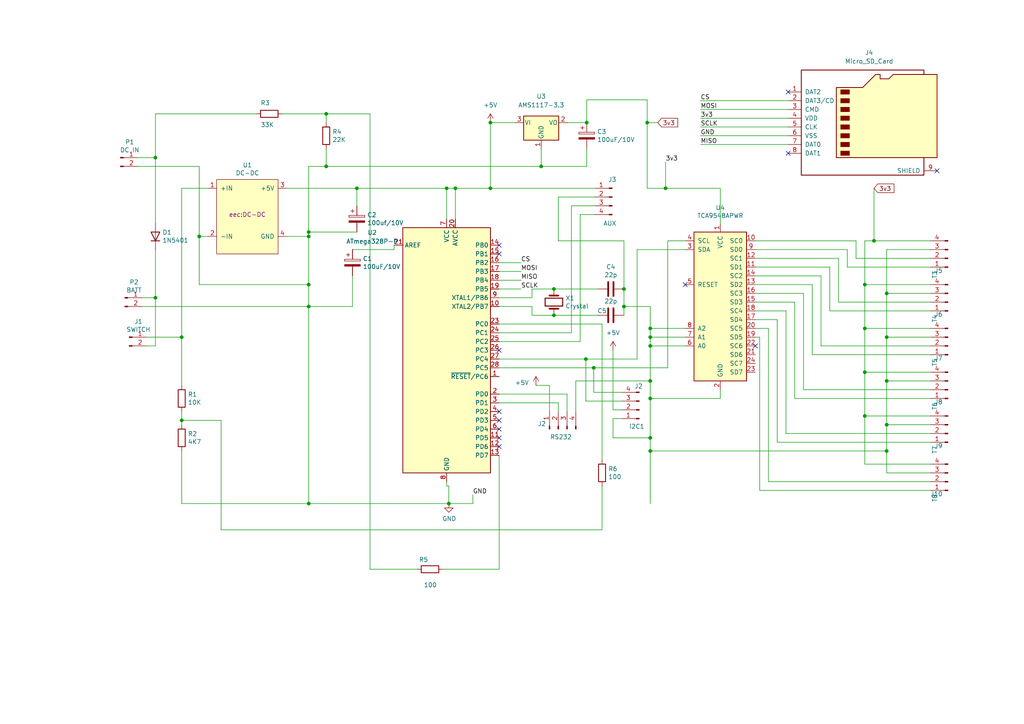
<source format=kicad_sch>
(kicad_sch (version 20230121) (generator eeschema)
  (paper "A4")
  (lib_symbols
    (symbol "Connector:Conn_01x02_Male" (pin_names (offset 1.016) hide)
      (property "Reference" "J" (at 0 2.54 0))
      (property "Value" "Conn_01x02_Male" (at 0 -5.08 0))
      (symbol "Conn_01x02_Male_1_1"
        (polyline (pts (xy 1.27 -2.54) (xy 0.8636 -2.54)) (stroke (width 0.1524)))
        (polyline (pts (xy 1.27 0) (xy 0.8636 0)) (stroke (width 0.1524)))
        (rectangle (start 0.8636 -2.413) (end 0 -2.667) (stroke (width 0.1524)) (fill (type outline)))
        (rectangle (start 0.8636 0.127) (end 0 -0.127) (stroke (width 0.1524)) (fill (type outline)))
        (pin passive line (at 5.08 0 180) (length 3.81) (name "Pin_1") (number "1"))
        (pin passive line (at 5.08 -2.54 180) (length 3.81) (name "Pin_2") (number "2"))
      )
    )
    (symbol "Connector:Conn_01x04_Male" (pin_names (offset 1.016) hide)
      (property "Reference" "J" (at 0 5.08 0))
      (property "Value" "Conn_01x04_Male" (at 0 -7.62 0))
      (symbol "Conn_01x04_Male_1_1"
        (polyline (pts (xy 1.27 -5.08) (xy 0.8636 -5.08)) (stroke (width 0.1524)))
        (polyline (pts (xy 1.27 -2.54) (xy 0.8636 -2.54)) (stroke (width 0.1524)))
        (polyline (pts (xy 1.27 0) (xy 0.8636 0)) (stroke (width 0.1524)))
        (polyline (pts (xy 1.27 2.54) (xy 0.8636 2.54)) (stroke (width 0.1524)))
        (rectangle (start 0.8636 -4.953) (end 0 -5.207) (stroke (width 0.1524)) (fill (type outline)))
        (rectangle (start 0.8636 -2.413) (end 0 -2.667) (stroke (width 0.1524)) (fill (type outline)))
        (rectangle (start 0.8636 0.127) (end 0 -0.127) (stroke (width 0.1524)) (fill (type outline)))
        (rectangle (start 0.8636 2.667) (end 0 2.413) (stroke (width 0.1524)) (fill (type outline)))
        (pin passive line (at 5.08 2.54 180) (length 3.81) (name "Pin_1") (number "1"))
        (pin passive line (at 5.08 0 180) (length 3.81) (name "Pin_2") (number "2"))
        (pin passive line (at 5.08 -2.54 180) (length 3.81) (name "Pin_3") (number "3"))
        (pin passive line (at 5.08 -5.08 180) (length 3.81) (name "Pin_4") (number "4"))
      )
    )
    (symbol "Connector:Micro_SD_Card" (pin_names (offset 1.016))
      (property "Reference" "J" (at -16.51 15.24 0))
      (property "Value" "Micro_SD_Card" (at 16.51 15.24 0))
      (symbol "Micro_SD_Card_0_1"
        (rectangle (start -7.62 -9.525) (end -5.08 -10.795) (fill (type outline)))
        (rectangle (start -7.62 -6.985) (end -5.08 -8.255) (fill (type outline)))
        (rectangle (start -7.62 -4.445) (end -5.08 -5.715) (fill (type outline)))
        (rectangle (start -7.62 -1.905) (end -5.08 -3.175) (fill (type outline)))
        (rectangle (start -7.62 0.635) (end -5.08 -0.635) (fill (type outline)))
        (rectangle (start -7.62 3.175) (end -5.08 1.905) (fill (type outline)))
        (rectangle (start -7.62 5.715) (end -5.08 4.445) (fill (type outline)))
        (rectangle (start -7.62 8.255) (end -5.08 6.985) (fill (type outline)))
        (polyline (pts (xy 16.51 12.7) (xy 16.51 13.97) (xy -19.05 13.97) (xy -19.05 -16.51) (xy 16.51 -16.51) (xy 16.51 -11.43)) (stroke (width 0.254)))
        (polyline (pts (xy -8.89 -11.43) (xy -8.89 8.89) (xy -1.27 8.89) (xy 2.54 12.7) (xy 3.81 12.7) (xy 3.81 11.43) (xy 6.35 11.43) (xy 7.62 12.7) (xy 20.32 12.7) (xy 20.32 -11.43) (xy -8.89 -11.43)) (stroke (width 0.254)) (fill (type background)))
      )
      (symbol "Micro_SD_Card_1_1"
        (pin bidirectional line (at -22.86 7.62 0) (length 3.81) (name "DAT2") (number "1"))
        (pin bidirectional line (at -22.86 5.08 0) (length 3.81) (name "DAT3/CD") (number "2"))
        (pin input line (at -22.86 2.54 0) (length 3.81) (name "CMD") (number "3"))
        (pin power_in line (at -22.86 0 0) (length 3.81) (name "VDD") (number "4"))
        (pin input line (at -22.86 -2.54 0) (length 3.81) (name "CLK") (number "5"))
        (pin power_in line (at -22.86 -5.08 0) (length 3.81) (name "VSS") (number "6"))
        (pin bidirectional line (at -22.86 -7.62 0) (length 3.81) (name "DAT0") (number "7"))
        (pin bidirectional line (at -22.86 -10.16 0) (length 3.81) (name "DAT1") (number "8"))
        (pin passive line (at 20.32 -15.24 180) (length 3.81) (name "SHIELD") (number "9"))
      )
    )
    (symbol "Device:C" (pin_numbers hide) (pin_names (offset 0.254))
      (property "Reference" "C" (at 0.635 2.54 0))
      (property "Value" "C" (at 0.635 -2.54 0))
      (symbol "C_0_1"
        (polyline (pts (xy -2.032 -0.762) (xy 2.032 -0.762)) (stroke (width 0.508)))
        (polyline (pts (xy -2.032 0.762) (xy 2.032 0.762)) (stroke (width 0.508)))
      )
      (symbol "C_1_1"
        (pin passive line (at 0 3.81 270) (length 2.794) (name "~") (number "1"))
        (pin passive line (at 0 -3.81 90) (length 2.794) (name "~") (number "2"))
      )
    )
    (symbol "Device:Crystal" (pin_numbers hide) (pin_names (offset 1.016) hide)
      (property "Reference" "Y" (at 0 3.81 0))
      (property "Value" "Crystal" (at 0 -3.81 0))
      (symbol "Crystal_0_1"
        (rectangle (start -1.143 2.54) (end 1.143 -2.54) (stroke (width 0.3048)))
        (polyline (pts (xy -2.54 0) (xy -1.905 0)))
        (polyline (pts (xy -1.905 -1.27) (xy -1.905 1.27)) (stroke (width 0.508)))
        (polyline (pts (xy 1.905 -1.27) (xy 1.905 1.27)) (stroke (width 0.508)))
        (polyline (pts (xy 2.54 0) (xy 1.905 0)))
      )
      (symbol "Crystal_1_1"
        (pin passive line (at -3.81 0 0) (length 1.27) (name "1") (number "1"))
        (pin passive line (at 3.81 0 180) (length 1.27) (name "2") (number "2"))
      )
    )
    (symbol "Device:R" (pin_numbers hide) (pin_names (offset 0))
      (property "Reference" "R" (at 2.032 0 90))
      (property "Value" "R" (at 0 0 90))
      (symbol "R_0_1"
        (rectangle (start -1.016 -2.54) (end 1.016 2.54) (stroke (width 0.254)))
      )
      (symbol "R_1_1"
        (pin passive line (at 0 3.81 270) (length 1.27) (name "~") (number "1"))
        (pin passive line (at 0 -3.81 90) (length 1.27) (name "~") (number "2"))
      )
    )
    (symbol "Diode:1N5401" (pin_numbers hide) (pin_names hide)
      (property "Reference" "D" (at 0 2.54 0))
      (property "Value" "1N5401" (at 0 -2.54 0))
      (symbol "1N5401_0_1"
        (polyline (pts (xy -1.27 1.27) (xy -1.27 -1.27)) (stroke (width 0.254)))
        (polyline (pts (xy 1.27 0) (xy -1.27 0)))
        (polyline (pts (xy 1.27 1.27) (xy 1.27 -1.27) (xy -1.27 0) (xy 1.27 1.27)) (stroke (width 0.254)))
      )
      (symbol "1N5401_1_1"
        (pin passive line (at -3.81 0 0) (length 2.54) (name "K") (number "1"))
        (pin passive line (at 3.81 0 180) (length 2.54) (name "A") (number "2"))
      )
    )
    (symbol "INCUersa-rescue:CP-Device" (pin_numbers hide) (pin_names (offset 0.254))
      (property "Reference" "C" (at 0.635 2.54 0))
      (property "Value" "CP-Device" (at 0.635 -2.54 0))
      (symbol "CP-Device_0_1"
        (rectangle (start -2.286 0.508) (end -2.286 1.016))
        (rectangle (start -2.286 0.508) (end 2.286 0.508))
        (polyline (pts (xy -1.778 2.286) (xy -0.762 2.286)))
        (polyline (pts (xy -1.27 2.794) (xy -1.27 1.778)))
        (rectangle (start 2.286 -0.508) (end -2.286 -1.016) (fill (type outline)))
        (rectangle (start 2.286 1.016) (end -2.286 1.016))
        (rectangle (start 2.286 1.016) (end 2.286 0.508))
      )
      (symbol "CP-Device_1_1"
        (pin passive line (at 0 3.81 270) (length 2.794) (name "~") (number "1"))
        (pin passive line (at 0 -3.81 90) (length 2.794) (name "~") (number "2"))
      )
    )
    (symbol "INCUersa-rescue:DC-DC-arduino_module" (pin_names (offset 1.016))
      (property "Reference" "U" (at 0 0 0))
      (property "Value" "DC-DC-arduino_module" (at 0 -2.54 0))
      (symbol "DC-DC-arduino_module_0_1"
        (rectangle (start -8.89 10.16) (end 8.89 -11.43) (fill (type background)))
      )
      (symbol "DC-DC-arduino_module_1_1"
        (pin passive line (at -11.43 7.62 0) (length 2.54) (name "+IN") (number "1"))
        (pin passive line (at -11.43 -6.35 0) (length 2.54) (name "-IN") (number "2"))
        (pin power_out line (at 11.43 7.62 180) (length 2.54) (name "+5V") (number "3"))
        (pin passive line (at 11.43 -6.35 180) (length 2.54) (name "GND") (number "4"))
      )
    )
    (symbol "INCUersa-rescue:TCA9548APWR-Interface_Expansion" (pin_names (offset 1.016))
      (property "Reference" "U" (at -7.62 21.59 0))
      (property "Value" "TCA9548APWR-Interface_Expansion" (at 1.016 21.59 0))
      (symbol "TCA9548APWR-Interface_Expansion_0_1"
        (rectangle (start -7.62 20.32) (end 7.62 -22.86) (stroke (width 0.254)) (fill (type background)))
      )
      (symbol "TCA9548APWR-Interface_Expansion_1_1"
        (pin power_in line (at 0 22.86 270) (length 2.54) (name "VCC") (number "1"))
        (pin bidirectional line (at 10.16 17.78 180) (length 2.54) (name "SC0") (number "10"))
        (pin bidirectional line (at 10.16 10.16 180) (length 2.54) (name "SD1") (number "11"))
        (pin bidirectional line (at 10.16 12.7 180) (length 2.54) (name "SC1") (number "12"))
        (pin bidirectional line (at 10.16 5.08 180) (length 2.54) (name "SD2") (number "13"))
        (pin bidirectional line (at 10.16 7.62 180) (length 2.54) (name "SC2") (number "14"))
        (pin bidirectional line (at 10.16 0 180) (length 2.54) (name "SD3") (number "15"))
        (pin bidirectional line (at 10.16 2.54 180) (length 2.54) (name "SC3") (number "16"))
        (pin bidirectional line (at 10.16 -5.08 180) (length 2.54) (name "SD4") (number "17"))
        (pin bidirectional line (at 10.16 -2.54 180) (length 2.54) (name "SC4") (number "18"))
        (pin bidirectional line (at 10.16 -10.16 180) (length 2.54) (name "SD5") (number "19"))
        (pin power_in line (at 0 -25.4 90) (length 2.54) (name "GND") (number "2"))
        (pin bidirectional line (at 10.16 -7.62 180) (length 2.54) (name "SC5") (number "20"))
        (pin bidirectional line (at 10.16 -15.24 180) (length 2.54) (name "SD6") (number "21"))
        (pin bidirectional line (at 10.16 -12.7 180) (length 2.54) (name "SC6") (number "22"))
        (pin bidirectional line (at 10.16 -20.32 180) (length 2.54) (name "SD7") (number "23"))
        (pin bidirectional line (at 10.16 -17.78 180) (length 2.54) (name "SC7") (number "24"))
        (pin bidirectional line (at -10.16 15.24 0) (length 2.54) (name "SDA") (number "3"))
        (pin bidirectional line (at -10.16 17.78 0) (length 2.54) (name "SCL") (number "4"))
        (pin input line (at -10.16 5.08 0) (length 2.54) (name "RESET") (number "5"))
        (pin input line (at -10.16 -12.7 0) (length 2.54) (name "A0") (number "6"))
        (pin input line (at -10.16 -10.16 0) (length 2.54) (name "A1") (number "7"))
        (pin input line (at -10.16 -7.62 0) (length 2.54) (name "A2") (number "8"))
        (pin bidirectional line (at 10.16 15.24 180) (length 2.54) (name "SD0") (number "9"))
      )
    )
    (symbol "MCU_Microchip_ATmega:ATmega328P-P"
      (property "Reference" "U" (at -12.7 36.83 0))
      (property "Value" "ATmega328P-P" (at 2.54 -36.83 0))
      (symbol "ATmega328P-P_0_1"
        (rectangle (start -12.7 -35.56) (end 12.7 35.56) (stroke (width 0.254)) (fill (type background)))
      )
      (symbol "ATmega328P-P_1_1"
        (pin bidirectional line (at 15.24 -7.62 180) (length 2.54) (name "~{RESET}/PC6") (number "1"))
        (pin bidirectional line (at 15.24 12.7 180) (length 2.54) (name "XTAL2/PB7") (number "10"))
        (pin bidirectional line (at 15.24 -25.4 180) (length 2.54) (name "PD5") (number "11"))
        (pin bidirectional line (at 15.24 -27.94 180) (length 2.54) (name "PD6") (number "12"))
        (pin bidirectional line (at 15.24 -30.48 180) (length 2.54) (name "PD7") (number "13"))
        (pin bidirectional line (at 15.24 30.48 180) (length 2.54) (name "PB0") (number "14"))
        (pin bidirectional line (at 15.24 27.94 180) (length 2.54) (name "PB1") (number "15"))
        (pin bidirectional line (at 15.24 25.4 180) (length 2.54) (name "PB2") (number "16"))
        (pin bidirectional line (at 15.24 22.86 180) (length 2.54) (name "PB3") (number "17"))
        (pin bidirectional line (at 15.24 20.32 180) (length 2.54) (name "PB4") (number "18"))
        (pin bidirectional line (at 15.24 17.78 180) (length 2.54) (name "PB5") (number "19"))
        (pin bidirectional line (at 15.24 -12.7 180) (length 2.54) (name "PD0") (number "2"))
        (pin power_in line (at 2.54 38.1 270) (length 2.54) (name "AVCC") (number "20"))
        (pin passive line (at -15.24 30.48 0) (length 2.54) (name "AREF") (number "21"))
        (pin passive line (at 0 -38.1 90) (length 2.54) hide (name "GND") (number "22"))
        (pin bidirectional line (at 15.24 7.62 180) (length 2.54) (name "PC0") (number "23"))
        (pin bidirectional line (at 15.24 5.08 180) (length 2.54) (name "PC1") (number "24"))
        (pin bidirectional line (at 15.24 2.54 180) (length 2.54) (name "PC2") (number "25"))
        (pin bidirectional line (at 15.24 0 180) (length 2.54) (name "PC3") (number "26"))
        (pin bidirectional line (at 15.24 -2.54 180) (length 2.54) (name "PC4") (number "27"))
        (pin bidirectional line (at 15.24 -5.08 180) (length 2.54) (name "PC5") (number "28"))
        (pin bidirectional line (at 15.24 -15.24 180) (length 2.54) (name "PD1") (number "3"))
        (pin bidirectional line (at 15.24 -17.78 180) (length 2.54) (name "PD2") (number "4"))
        (pin bidirectional line (at 15.24 -20.32 180) (length 2.54) (name "PD3") (number "5"))
        (pin bidirectional line (at 15.24 -22.86 180) (length 2.54) (name "PD4") (number "6"))
        (pin power_in line (at 0 38.1 270) (length 2.54) (name "VCC") (number "7"))
        (pin power_in line (at 0 -38.1 90) (length 2.54) (name "GND") (number "8"))
        (pin bidirectional line (at 15.24 15.24 180) (length 2.54) (name "XTAL1/PB6") (number "9"))
      )
    )
    (symbol "Regulator_Linear:AMS1117-3.3" (pin_names (offset 0.254))
      (property "Reference" "U" (at -3.81 3.175 0))
      (property "Value" "AMS1117-3.3" (at 0 3.175 0))
      (symbol "AMS1117-3.3_0_1"
        (rectangle (start -5.08 -5.08) (end 5.08 1.905) (stroke (width 0.254)) (fill (type background)))
      )
      (symbol "AMS1117-3.3_1_1"
        (pin power_in line (at 0 -7.62 90) (length 2.54) (name "GND") (number "1"))
        (pin power_out line (at 7.62 0 180) (length 2.54) (name "VO") (number "2"))
        (pin power_in line (at -7.62 0 0) (length 2.54) (name "VI") (number "3"))
      )
    )
    (symbol "power:+5V" (power) (pin_names (offset 0))
      (property "Value" "+5V" (at 0 3.556 0))
      (symbol "+5V_0_1"
        (polyline (pts (xy -0.762 1.27) (xy 0 2.54)))
        (polyline (pts (xy 0 0) (xy 0 2.54)))
        (polyline (pts (xy 0 2.54) (xy 0.762 1.27)))
      )
      (symbol "+5V_1_1"
        (pin power_in line (at 0 0 90) (length 0) hide (name "+5V") (number "1"))
      )
    )
    (symbol "power:GND" (power) (pin_names (offset 0))
      (property "Value" "GND" (at 0 -3.81 0))
      (symbol "GND_0_1"
        (polyline (pts (xy 0 0) (xy 0 -1.27) (xy 1.27 -1.27) (xy 0 -2.54) (xy -1.27 -1.27) (xy 0 -1.27)))
      )
      (symbol "GND_1_1"
        (pin power_in line (at 0 0 270) (length 0) hide (name "GND") (number "1"))
      )
    )
  )
  (junction (at 257.175 97.79))
  (junction (at 45.085 86.36))
  (junction (at 130.175 146.05))
  (junction (at 142.24 54.61))
  (junction (at 257.175 85.09))
  (junction (at 188.595 100.33))
  (junction (at 169.926 104.14))
  (junction (at 180.975 83.82))
  (junction (at 250.825 107.95))
  (junction (at 89.535 88.9))
  (junction (at 188.595 97.79))
  (junction (at 129.54 54.61))
  (junction (at 160.655 91.44))
  (junction (at 160.655 83.82))
  (junction (at 257.175 110.49))
  (junction (at 132.08 54.61))
  (junction (at 250.825 95.25))
  (junction (at 257.175 123.19))
  (junction (at 52.705 97.79))
  (junction (at 94.615 33.02))
  (junction (at 180.975 88.9))
  (junction (at 188.595 127))
  (junction (at 250.825 82.55))
  (junction (at 188.595 130.81))
  (junction (at 193.04 54.61))
  (junction (at 187.706 35.56))
  (junction (at 156.972 48.26))
  (junction (at 52.705 121.92))
  (junction (at 253.492 69.85))
  (junction (at 89.535 82.55))
  (junction (at 172.212 106.68))
  (junction (at 103.505 54.61))
  (junction (at 188.595 115.57))
  (junction (at 250.825 120.65))
  (junction (at 45.085 45.72))
  (junction (at 89.535 67.31))
  (junction (at 89.535 68.58))
  (junction (at 188.595 95.25))
  (junction (at 257.175 130.81))
  (junction (at 94.615 48.26))
  (junction (at 188.595 110.49))
  (junction (at 89.535 146.05))
  (junction (at 57.785 68.58))
  (junction (at 170.18 35.56))
  (junction (at 142.24 35.56))
  (no_connect (at 228.6 26.67))
  (no_connect (at 228.6 44.45))
  (no_connect (at 271.78 49.53))
  (no_connect (at 198.755 82.55))
  (no_connect (at 144.78 101.6))
  (no_connect (at 144.78 127))
  (no_connect (at 144.78 129.54))
  (no_connect (at 144.78 121.92))
  (no_connect (at 144.78 119.38))
  (no_connect (at 144.78 73.66))
  (no_connect (at 219.075 100.33))
  (no_connect (at 144.78 71.12))
  (no_connect (at 144.78 124.46))
  (wire (pts (xy 94.615 33.02) (xy 107.315 33.02)))
  (wire (pts (xy 177.8 118.872) (xy 177.8 101.6)))
  (wire (pts (xy 45.085 100.33) (xy 45.085 86.36)))
  (wire (pts (xy 257.175 110.49) (xy 269.875 110.49)))
  (wire (pts (xy 208.915 64.77) (xy 208.915 54.61)))
  (wire (pts (xy 169.926 104.14) (xy 169.926 116.332)))
  (wire (pts (xy 83.185 68.58) (xy 89.535 68.58)))
  (wire (pts (xy 144.78 76.2) (xy 151.13 76.2)))
  (wire (pts (xy 144.78 96.52) (xy 165.735 96.52)))
  (wire (pts (xy 245.745 77.47) (xy 269.875 77.47)))
  (wire (pts (xy 170.18 28.956) (xy 170.18 35.56)))
  (wire (pts (xy 198.755 72.39) (xy 184.785 72.39)))
  (wire (pts (xy 114.3 71.12) (xy 114.3 72.39)))
  (wire (pts (xy 57.785 68.58) (xy 57.785 82.55)))
  (wire (pts (xy 167.005 110.49) (xy 188.595 110.49)))
  (wire (pts (xy 89.535 68.58) (xy 89.535 82.55)))
  (wire (pts (xy 208.915 113.03) (xy 208.915 115.57)))
  (wire (pts (xy 45.085 86.36) (xy 41.275 86.36)))
  (wire (pts (xy 188.595 130.81) (xy 188.595 146.05)))
  (wire (pts (xy 180.34 118.872) (xy 177.8 118.872)))
  (wire (pts (xy 40.005 45.72) (xy 45.085 45.72)))
  (wire (pts (xy 129.54 54.61) (xy 132.08 54.61)))
  (wire (pts (xy 203.2 31.75) (xy 228.6 31.75)))
  (wire (pts (xy 187.706 35.56) (xy 187.706 54.61)))
  (wire (pts (xy 89.535 146.05) (xy 89.535 88.9)))
  (wire (pts (xy 233.045 113.03) (xy 233.045 85.09)))
  (wire (pts (xy 235.585 102.87) (xy 235.585 82.55)))
  (wire (pts (xy 269.875 120.65) (xy 250.825 120.65)))
  (wire (pts (xy 257.175 97.79) (xy 257.175 110.49)))
  (wire (pts (xy 174.625 93.98) (xy 144.78 93.98)))
  (wire (pts (xy 203.2 39.37) (xy 228.6 39.37)))
  (wire (pts (xy 203.2 29.21) (xy 228.6 29.21)))
  (wire (pts (xy 174.625 153.67) (xy 64.135 153.67)))
  (wire (pts (xy 102.235 80.01) (xy 102.235 88.9)))
  (wire (pts (xy 180.34 121.412) (xy 177.8 121.412)))
  (wire (pts (xy 193.04 46.99) (xy 193.04 54.61)))
  (wire (pts (xy 219.075 82.55) (xy 235.585 82.55)))
  (wire (pts (xy 144.78 88.9) (xy 154.305 88.9)))
  (wire (pts (xy 52.705 54.61) (xy 52.705 97.79)))
  (wire (pts (xy 169.926 104.14) (xy 144.78 104.14)))
  (wire (pts (xy 198.755 97.79) (xy 188.595 97.79)))
  (wire (pts (xy 219.075 92.71) (xy 225.425 92.71)))
  (wire (pts (xy 42.545 100.33) (xy 45.085 100.33)))
  (wire (pts (xy 94.615 43.18) (xy 94.615 48.26)))
  (wire (pts (xy 107.315 33.02) (xy 107.315 165.1)))
  (wire (pts (xy 250.825 134.62) (xy 250.825 120.65)))
  (wire (pts (xy 269.875 107.95) (xy 250.825 107.95)))
  (wire (pts (xy 225.425 92.71) (xy 225.425 128.27)))
  (wire (pts (xy 177.8 121.412) (xy 177.8 127)))
  (wire (pts (xy 52.705 97.79) (xy 52.705 111.76)))
  (wire (pts (xy 74.295 33.02) (xy 45.085 33.02)))
  (wire (pts (xy 219.075 80.01) (xy 238.125 80.01)))
  (wire (pts (xy 83.185 54.61) (xy 103.505 54.61)))
  (wire (pts (xy 94.615 48.26) (xy 89.535 48.26)))
  (wire (pts (xy 240.665 90.17) (xy 269.875 90.17)))
  (wire (pts (xy 132.08 54.61) (xy 142.24 54.61)))
  (wire (pts (xy 52.705 130.81) (xy 52.705 146.05)))
  (wire (pts (xy 52.705 121.92) (xy 52.705 123.19)))
  (wire (pts (xy 168.275 62.23) (xy 172.466 62.23)))
  (wire (pts (xy 45.085 72.39) (xy 45.085 86.36)))
  (wire (pts (xy 114.3 72.39) (xy 102.235 72.39)))
  (wire (pts (xy 144.78 106.68) (xy 172.212 106.68)))
  (wire (pts (xy 257.175 123.19) (xy 269.875 123.19)))
  (wire (pts (xy 41.275 88.9) (xy 89.535 88.9)))
  (wire (pts (xy 52.705 54.61) (xy 60.325 54.61)))
  (wire (pts (xy 188.595 100.33) (xy 188.595 97.79)))
  (wire (pts (xy 193.675 69.85) (xy 193.675 106.68)))
  (wire (pts (xy 172.212 106.68) (xy 172.212 113.792)))
  (wire (pts (xy 128.524 165.1) (xy 144.78 165.1)))
  (wire (pts (xy 240.665 77.47) (xy 240.665 90.17)))
  (wire (pts (xy 269.875 134.62) (xy 250.825 134.62)))
  (wire (pts (xy 219.075 69.85) (xy 248.285 69.85)))
  (wire (pts (xy 188.595 115.57) (xy 188.595 127)))
  (wire (pts (xy 149.225 35.56) (xy 142.24 35.56)))
  (wire (pts (xy 257.175 85.09) (xy 257.175 97.79)))
  (wire (pts (xy 142.24 35.56) (xy 142.24 54.61)))
  (wire (pts (xy 219.075 85.09) (xy 233.045 85.09)))
  (wire (pts (xy 40.005 48.26) (xy 57.785 48.26)))
  (wire (pts (xy 269.875 72.39) (xy 257.175 72.39)))
  (wire (pts (xy 94.615 33.02) (xy 94.615 35.56)))
  (wire (pts (xy 161.925 57.15) (xy 172.466 57.15)))
  (wire (pts (xy 42.545 97.79) (xy 52.705 97.79)))
  (wire (pts (xy 170.18 35.56) (xy 170.18 35.814)))
  (wire (pts (xy 250.825 107.95) (xy 250.825 95.25)))
  (wire (pts (xy 180.34 113.792) (xy 172.212 113.792)))
  (wire (pts (xy 187.706 35.56) (xy 187.706 28.956)))
  (wire (pts (xy 159.385 111.76) (xy 155.448 111.76)))
  (wire (pts (xy 187.706 54.61) (xy 193.04 54.61)))
  (wire (pts (xy 269.875 100.33) (xy 238.125 100.33)))
  (wire (pts (xy 198.755 100.33) (xy 188.595 100.33)))
  (wire (pts (xy 269.875 128.27) (xy 225.425 128.27)))
  (wire (pts (xy 269.875 125.73) (xy 227.965 125.73)))
  (wire (pts (xy 180.34 116.332) (xy 169.926 116.332)))
  (wire (pts (xy 89.535 88.9) (xy 89.535 82.55)))
  (wire (pts (xy 94.615 48.26) (xy 156.972 48.26)))
  (wire (pts (xy 170.18 43.18) (xy 170.18 48.26)))
  (wire (pts (xy 220.345 97.79) (xy 220.345 142.24)))
  (wire (pts (xy 269.875 102.87) (xy 235.585 102.87)))
  (wire (pts (xy 257.175 110.49) (xy 257.175 123.19)))
  (wire (pts (xy 257.175 137.16) (xy 269.875 137.16)))
  (wire (pts (xy 161.925 57.15) (xy 161.925 69.85)))
  (wire (pts (xy 188.595 110.49) (xy 188.595 115.57)))
  (wire (pts (xy 154.305 91.44) (xy 160.655 91.44)))
  (wire (pts (xy 203.2 41.91) (xy 228.6 41.91)))
  (wire (pts (xy 184.785 72.39) (xy 184.785 104.14)))
  (wire (pts (xy 156.972 43.18) (xy 156.972 48.26)))
  (wire (pts (xy 144.78 114.3) (xy 164.465 114.3)))
  (wire (pts (xy 144.78 86.36) (xy 154.305 86.36)))
  (wire (pts (xy 257.175 123.19) (xy 257.175 130.81)))
  (wire (pts (xy 269.875 113.03) (xy 233.045 113.03)))
  (wire (pts (xy 130.175 146.05) (xy 89.535 146.05)))
  (wire (pts (xy 45.085 45.72) (xy 45.085 64.77)))
  (wire (pts (xy 103.505 59.69) (xy 103.505 54.61)))
  (wire (pts (xy 144.78 78.74) (xy 151.13 78.74)))
  (wire (pts (xy 57.785 48.26) (xy 57.785 68.58)))
  (wire (pts (xy 180.975 69.85) (xy 180.975 83.82)))
  (wire (pts (xy 208.915 115.57) (xy 188.595 115.57)))
  (wire (pts (xy 219.075 97.79) (xy 220.345 97.79)))
  (wire (pts (xy 89.535 68.58) (xy 89.535 67.31)))
  (wire (pts (xy 154.305 83.82) (xy 160.655 83.82)))
  (wire (pts (xy 142.24 54.61) (xy 172.466 54.61)))
  (wire (pts (xy 219.075 74.93) (xy 243.205 74.93)))
  (wire (pts (xy 164.465 119.38) (xy 164.465 114.3)))
  (wire (pts (xy 250.825 120.65) (xy 250.825 107.95)))
  (wire (pts (xy 188.595 97.79) (xy 188.595 95.25)))
  (wire (pts (xy 222.885 95.25) (xy 222.885 139.7)))
  (wire (pts (xy 180.975 83.82) (xy 180.975 88.9)))
  (wire (pts (xy 144.78 83.82) (xy 151.13 83.82)))
  (wire (pts (xy 188.595 127) (xy 188.595 130.81)))
  (wire (pts (xy 248.285 69.85) (xy 248.285 74.93)))
  (wire (pts (xy 248.285 74.93) (xy 269.875 74.93)))
  (wire (pts (xy 57.785 82.55) (xy 89.535 82.55)))
  (wire (pts (xy 257.175 130.81) (xy 257.175 137.16)))
  (wire (pts (xy 203.2 36.83) (xy 228.6 36.83)))
  (wire (pts (xy 130.175 146.05) (xy 137.16 146.05)))
  (wire (pts (xy 188.595 100.33) (xy 188.595 110.49)))
  (wire (pts (xy 174.625 140.97) (xy 174.625 153.67)))
  (wire (pts (xy 250.825 69.85) (xy 253.492 69.85)))
  (wire (pts (xy 130.175 140.97) (xy 130.175 146.05)))
  (wire (pts (xy 169.926 104.14) (xy 184.785 104.14)))
  (wire (pts (xy 129.54 140.97) (xy 130.175 140.97)))
  (wire (pts (xy 129.54 54.61) (xy 129.54 63.5)))
  (wire (pts (xy 269.875 95.25) (xy 250.825 95.25)))
  (wire (pts (xy 238.125 100.33) (xy 238.125 80.01)))
  (wire (pts (xy 144.78 81.28) (xy 151.13 81.28)))
  (wire (pts (xy 269.875 82.55) (xy 250.825 82.55)))
  (wire (pts (xy 89.535 48.26) (xy 89.535 67.31)))
  (wire (pts (xy 219.075 90.17) (xy 227.965 90.17)))
  (wire (pts (xy 193.675 69.85) (xy 198.755 69.85)))
  (wire (pts (xy 107.315 165.1) (xy 120.904 165.1)))
  (wire (pts (xy 230.505 115.57) (xy 230.505 87.63)))
  (wire (pts (xy 203.2 34.29) (xy 228.6 34.29)))
  (wire (pts (xy 154.305 88.9) (xy 154.305 91.44)))
  (wire (pts (xy 198.755 95.25) (xy 188.595 95.25)))
  (wire (pts (xy 269.875 87.63) (xy 243.205 87.63)))
  (wire (pts (xy 193.04 54.61) (xy 208.915 54.61)))
  (wire (pts (xy 64.135 153.67) (xy 64.135 121.92)))
  (wire (pts (xy 219.075 87.63) (xy 230.505 87.63)))
  (wire (pts (xy 219.075 95.25) (xy 222.885 95.25)))
  (wire (pts (xy 253.492 54.61) (xy 253.492 69.85)))
  (wire (pts (xy 132.08 63.5) (xy 132.08 54.61)))
  (wire (pts (xy 156.972 48.26) (xy 170.18 48.26)))
  (wire (pts (xy 89.535 67.31) (xy 103.505 67.31)))
  (wire (pts (xy 159.385 111.76) (xy 159.385 119.38)))
  (wire (pts (xy 174.625 133.35) (xy 174.625 93.98)))
  (wire (pts (xy 52.705 119.38) (xy 52.705 121.92)))
  (wire (pts (xy 161.925 116.84) (xy 161.925 119.38)))
  (wire (pts (xy 164.592 35.56) (xy 170.18 35.56)))
  (wire (pts (xy 102.235 88.9) (xy 89.535 88.9)))
  (wire (pts (xy 45.085 33.02) (xy 45.085 45.72)))
  (wire (pts (xy 219.075 72.39) (xy 245.745 72.39)))
  (wire (pts (xy 168.275 99.06) (xy 168.275 62.23)))
  (wire (pts (xy 52.705 146.05) (xy 89.535 146.05)))
  (wire (pts (xy 187.706 35.56) (xy 190.754 35.56)))
  (wire (pts (xy 269.875 142.24) (xy 220.345 142.24)))
  (wire (pts (xy 137.16 143.51) (xy 137.16 146.05)))
  (wire (pts (xy 253.492 69.85) (xy 269.875 69.85)))
  (wire (pts (xy 269.875 85.09) (xy 257.175 85.09)))
  (wire (pts (xy 165.735 59.69) (xy 172.466 59.69)))
  (wire (pts (xy 187.706 28.956) (xy 170.18 28.956)))
  (wire (pts (xy 245.745 72.39) (xy 245.745 77.47)))
  (wire (pts (xy 172.212 106.68) (xy 193.675 106.68)))
  (wire (pts (xy 64.135 121.92) (xy 52.705 121.92)))
  (wire (pts (xy 177.8 127) (xy 188.595 127)))
  (wire (pts (xy 257.175 72.39) (xy 257.175 85.09)))
  (wire (pts (xy 160.655 83.82) (xy 173.355 83.82)))
  (wire (pts (xy 188.595 95.25) (xy 188.595 88.9)))
  (wire (pts (xy 188.595 130.81) (xy 257.175 130.81)))
  (wire (pts (xy 165.735 96.52) (xy 165.735 59.69)))
  (wire (pts (xy 269.875 139.7) (xy 222.885 139.7)))
  (wire (pts (xy 250.825 95.25) (xy 250.825 82.55)))
  (wire (pts (xy 103.505 54.61) (xy 129.54 54.61)))
  (wire (pts (xy 167.005 119.38) (xy 167.005 110.49)))
  (wire (pts (xy 180.975 88.9) (xy 180.975 91.44)))
  (wire (pts (xy 250.825 82.55) (xy 250.825 69.85)))
  (wire (pts (xy 269.875 115.57) (xy 230.505 115.57)))
  (wire (pts (xy 269.875 97.79) (xy 257.175 97.79)))
  (wire (pts (xy 160.655 91.44) (xy 173.355 91.44)))
  (wire (pts (xy 144.78 99.06) (xy 168.275 99.06)))
  (wire (pts (xy 161.925 69.85) (xy 180.975 69.85)))
  (wire (pts (xy 188.595 88.9) (xy 180.975 88.9)))
  (wire (pts (xy 227.965 90.17) (xy 227.965 125.73)))
  (wire (pts (xy 243.205 74.93) (xy 243.205 87.63)))
  (wire (pts (xy 144.78 116.84) (xy 161.925 116.84)))
  (wire (pts (xy 154.305 86.36) (xy 154.305 83.82)))
  (wire (pts (xy 81.915 33.02) (xy 94.615 33.02)))
  (wire (pts (xy 144.78 165.1) (xy 144.78 132.08)))
  (wire (pts (xy 57.785 68.58) (xy 60.325 68.58)))
  (wire (pts (xy 129.54 140.97) (xy 129.54 139.7)))
  (wire (pts (xy 219.075 77.47) (xy 240.665 77.47)))
  (label "SCLK" (at 203.2 36.83 0))
  (label "MOSI" (at 203.2 31.75 0))
  (label "CS" (at 151.13 76.2 0))
  (label "CS" (at 203.2 29.21 0))
  (label "SCLK" (at 151.13 83.82 0))
  (label "MISO" (at 203.2 41.91 0))
  (label "MISO" (at 151.13 81.28 0))
  (label "3v3" (at 193.04 46.99 0))
  (label "3v3" (at 203.2 34.29 0))
  (label "GND" (at 203.2 39.37 0))
  (label "GND" (at 137.16 143.51 0))
  (label "MOSI" (at 151.13 78.74 0))
  (global_label "3v3" (shape input) (at 190.754 35.56 0) (property "Intersheetrefs" "${INTERSHEET_REFS}" (effects hide)))
  (global_label "3v3" (shape input) (at 253.492 54.61 0) (property "Intersheetrefs" "${INTERSHEET_REFS}" (effects hide)))
  (symbol (lib_id "Connector:Conn_01x02_Male") (at 37.465 97.79 0) (unit 1)
    (property "Reference" "J1" (at 40.1574 93.2688 0))
    (property "Value" "SWITCH" (at 40.1574 95.5802 0))
    (property "Footprint" "Connector_PinHeader_2.54mm:PinHeader_1x02_P2.54mm_Vertical" (effects hide))
  )
  (symbol (lib_id "Connector:Conn_01x04_Male") (at 274.955 125.73 180) (unit 1)
    (property "Reference" "J9" (at 273.431 129.286 0) (effects (justify left)))
    (property "Value" "T7" (at 271.1196 129.286 90) (effects (justify left)))
    (property "Footprint" "Connector_PinHeader_2.54mm:PinHeader_1x04_P2.54mm_Vertical" (effects hide))
  )
  (symbol (lib_id "Connector:Conn_01x04_Male") (at 274.955 74.93 180) (unit 1)
    (property "Reference" "J5" (at 273.431 78.486 0) (effects (justify left)))
    (property "Value" "T3" (at 271.1196 78.486 90) (effects (justify left)))
    (property "Footprint" "Connector_PinHeader_2.54mm:PinHeader_1x04_P2.54mm_Vertical" (effects hide))
  )
  (symbol (lib_id "Connector:Conn_01x04_Male") (at 274.955 113.03 180) (unit 1)
    (property "Reference" "J8" (at 273.431 116.586 0) (effects (justify left)))
    (property "Value" "T6" (at 271.1196 116.586 90) (effects (justify left)))
    (property "Footprint" "Connector_PinHeader_2.54mm:PinHeader_1x04_P2.54mm_Vertical" (effects hide))
  )
  (symbol (lib_id "Connector:Conn_01x04_Male") (at 161.925 124.46 90) (unit 1)
    (property "Reference" "J2" (at 158.369 122.936 90) (effects (justify left)))
    (property "Value" "RS232" (at 165.862 126.746 90) (effects (justify left)))
    (property "Footprint" "Connector_PinHeader_2.54mm:PinHeader_1x04_P2.54mm_Vertical" (effects hide))
  )
  (symbol (lib_id "INCUersa-rescue:TCA9548APWR-Interface_Expansion") (at 208.915 87.63 0) (unit 1)
    (property "Reference" "U4" (at 208.915 60.2488 0))
    (property "Value" "TCA9548APWR" (at 208.915 62.5602 0))
    (property "Footprint" "Package_DIP:DIP-24_W15.24mm_LongPads" (effects hide))
    (property "Datasheet" "http://www.ti.com/lit/ds/symlink/tca9548a.pdf" (effects hide))
  )
  (symbol (lib_id "Diode:1N5401") (at 45.085 68.58 90) (unit 1)
    (property "Reference" "D1" (at 47.0916 67.4116 90) (effects (justify right)))
    (property "Value" "1N5401" (at 47.0916 69.723 90) (effects (justify right)))
    (property "Footprint" "Diode_THT:D_DO-201AD_P15.24mm_Horizontal" (effects hide))
    (property "Datasheet" "http://www.vishay.com/docs/88516/1n5400.pdf" (effects hide))
  )
  (symbol (lib_id "power:GND") (at 130.175 146.05 0) (unit 1)
    (property "Reference" "#PWR01" (effects hide))
    (property "Value" "GND" (at 130.302 150.4442 0))
  )
  (symbol (lib_id "power:+5V") (at 142.24 35.56 0) (unit 1)
    (property "Reference" "#PWR02" (effects hide))
    (property "Value" "+5V" (at 142.24 30.48 0))
  )
  (symbol (lib_id "Connector:Conn_01x04_Male") (at 274.955 139.7 180) (unit 1)
    (property "Reference" "J10" (at 273.431 143.256 0) (effects (justify left)))
    (property "Value" "T8" (at 271.1196 143.256 90) (effects (justify left)))
    (property "Footprint" "Connector_PinHeader_2.54mm:PinHeader_1x04_P2.54mm_Vertical" (effects hide))
  )
  (symbol (lib_id "Device:R") (at 174.625 137.16 0) (unit 1)
    (property "Reference" "R6" (at 176.403 135.9916 0) (effects (justify left)))
    (property "Value" "100" (at 176.403 138.303 0) (effects (justify left)))
    (property "Footprint" "Resistor_THT:R_Axial_DIN0207_L6.3mm_D2.5mm_P10.16mm_Horizontal" (effects hide))
  )
  (symbol (lib_id "MCU_Microchip_ATmega:ATmega328P-P") (at 129.54 101.6 0) (unit 1)
    (property "Reference" "U2" (at 107.95 67.4721 0))
    (property "Value" "ATmega328P-P" (at 107.95 70.0121 0))
    (property "Footprint" "Package_DIP:DIP-28_W7.62mm" (effects hide))
    (property "Datasheet" "http://ww1.microchip.com/downloads/en/DeviceDoc/ATmega328_P%20AVR%20MCU%20with%20picoPower%20Technology%20Data%20Sheet%2040001984A.pdf" (effects hide))
  )
  (symbol (lib_id "Connector:Conn_01x04_Male") (at 177.546 57.15 0) (mirror y) (unit 1)
    (property "Reference" "J3" (at 178.816 52.07 0) (effects (justify left)))
    (property "Value" "AUX" (at 178.816 64.77 0) (effects (justify left)))
    (property "Footprint" "Connector_PinHeader_2.54mm:PinHeader_1x04_P2.54mm_Vertical" (effects hide))
  )
  (symbol (lib_id "Device:R") (at 124.714 165.1 90) (unit 1)
    (property "Reference" "R5" (at 124.206 162.306 90) (effects (justify left)))
    (property "Value" "100" (at 126.746 169.672 90) (effects (justify left)))
    (property "Footprint" "Resistor_THT:R_Axial_DIN0207_L6.3mm_D2.5mm_P10.16mm_Horizontal" (effects hide))
  )
  (symbol (lib_id "Device:C") (at 177.165 91.44 90) (unit 1)
    (property "Reference" "C5" (at 174.625 90.17 90))
    (property "Value" "22p" (at 177.165 87.3506 90))
    (property "Footprint" "Capacitor_THT:C_Disc_D3.0mm_W2.0mm_P2.50mm" (effects hide))
  )
  (symbol (lib_id "Connector:Micro_SD_Card") (at 251.46 34.29 0) (unit 1)
    (property "Reference" "J4" (at 252.095 15.24 0))
    (property "Value" "Micro_SD_Card" (at 252.095 17.78 0))
    (property "Footprint" "Connector_Card:microSD_HC_Hirose_DM3AT-SF-PEJM5" (effects hide))
    (property "Datasheet" "http://katalog.we-online.de/em/datasheet/693072010801.pdf" (effects hide))
  )
  (symbol (lib_id "Connector:Conn_01x04_Male") (at 274.955 87.63 180) (unit 1)
    (property "Reference" "J6" (at 273.431 91.186 0) (effects (justify left)))
    (property "Value" "T4" (at 271.1196 91.186 90) (effects (justify left)))
    (property "Footprint" "Connector_PinHeader_2.54mm:PinHeader_1x04_P2.54mm_Vertical" (effects hide))
  )
  (symbol (lib_id "INCUersa-rescue:CP-Device") (at 103.505 63.5 0) (unit 1)
    (property "Reference" "C2" (at 106.5022 62.3316 0) (effects (justify left)))
    (property "Value" "100uf/10V" (at 106.5022 64.643 0) (effects (justify left)))
    (property "Footprint" "Capacitor_THT:CP_Radial_D8.0mm_P3.50mm" (effects hide))
  )
  (symbol (lib_id "Device:R") (at 52.705 127 0) (unit 1)
    (property "Reference" "R2" (at 54.483 125.8316 0) (effects (justify left)))
    (property "Value" "4K7" (at 54.483 128.143 0) (effects (justify left)))
    (property "Footprint" "Resistor_THT:R_Axial_DIN0207_L6.3mm_D2.5mm_P10.16mm_Horizontal" (effects hide))
  )
  (symbol (lib_id "Connector:Conn_01x02_Male") (at 36.195 86.36 0) (unit 1)
    (property "Reference" "P2" (at 38.8874 81.8388 0))
    (property "Value" "BATT" (at 38.8874 84.1502 0))
    (property "Footprint" "Connector_PinHeader_2.54mm:PinHeader_1x02_P2.54mm_Vertical" (effects hide))
  )
  (symbol (lib_id "Connector:Conn_01x04_Male") (at 185.42 118.872 180) (unit 1)
    (property "Reference" "i2C1" (at 186.944 123.698 0) (effects (justify left)))
    (property "Value" "J2" (at 186.436 112.014 0) (effects (justify left)))
    (property "Footprint" "Connector_PinHeader_2.54mm:PinHeader_1x04_P2.54mm_Vertical" (effects hide))
  )
  (symbol (lib_id "Connector:Conn_01x04_Male") (at 274.955 100.33 180) (unit 1)
    (property "Reference" "J7" (at 273.431 103.886 0) (effects (justify left)))
    (property "Value" "T5" (at 271.1196 103.886 90) (effects (justify left)))
    (property "Footprint" "Connector_PinHeader_2.54mm:PinHeader_1x04_P2.54mm_Vertical" (effects hide))
  )
  (symbol (lib_id "Device:R") (at 94.615 39.37 0) (unit 1)
    (property "Reference" "R4" (at 96.393 38.2016 0) (effects (justify left)))
    (property "Value" "22K" (at 96.393 40.513 0) (effects (justify left)))
    (property "Footprint" "Resistor_THT:R_Axial_DIN0207_L6.3mm_D2.5mm_P10.16mm_Horizontal" (effects hide))
  )
  (symbol (lib_id "Device:C") (at 177.165 83.82 90) (unit 1)
    (property "Reference" "C4" (at 177.165 77.4192 90))
    (property "Value" "22p" (at 177.165 79.7306 90))
    (property "Footprint" "Capacitor_THT:C_Disc_D3.0mm_W2.0mm_P2.50mm" (effects hide))
  )
  (symbol (lib_id "INCUersa-rescue:CP-Device") (at 102.235 76.2 0) (unit 1)
    (property "Reference" "C1" (at 105.2322 75.0316 0) (effects (justify left)))
    (property "Value" "100uF/10V" (at 105.2322 77.343 0) (effects (justify left)))
    (property "Footprint" "Capacitor_THT:CP_Radial_D8.0mm_P3.50mm" (effects hide))
  )
  (symbol (lib_id "INCUersa-rescue:DC-DC-arduino_module") (at 71.755 62.23 0) (unit 1)
    (property "Reference" "U1" (at 71.755 47.879 0))
    (property "Value" "DC-DC" (at 71.755 50.1904 0))
    (property "Footprint" "eec:DC-DC" (at 71.755 62.23 0))
  )
  (symbol (lib_id "power:+5V") (at 155.448 111.76 0) (unit 1)
    (property "Reference" "#PWR03" (effects hide))
    (property "Value" "+5V" (at 151.384 110.998 0))
  )
  (symbol (lib_id "Regulator_Linear:AMS1117-3.3") (at 156.972 35.56 0) (unit 1)
    (property "Reference" "U3" (at 156.972 27.94 0))
    (property "Value" "AMS1117-3.3" (at 156.972 30.48 0))
    (property "Footprint" "Package_TO_SOT_SMD:SOT-223-3_TabPin2" (effects hide))
    (property "Datasheet" "http://www.advanced-monolithic.com/pdf/ds1117.pdf" (effects hide))
  )
  (symbol (lib_id "Device:R") (at 52.705 115.57 0) (unit 1)
    (property "Reference" "R1" (at 54.483 114.4016 0) (effects (justify left)))
    (property "Value" "10K" (at 54.483 116.713 0) (effects (justify left)))
    (property "Footprint" "Resistor_THT:R_Axial_DIN0207_L6.3mm_D2.5mm_P10.16mm_Horizontal" (effects hide))
  )
  (symbol (lib_id "Connector:Conn_01x02_Male") (at 34.925 45.72 0) (unit 1)
    (property "Reference" "P1" (at 37.6174 41.1988 0))
    (property "Value" "DC IN" (at 37.6174 43.5102 0))
    (property "Footprint" "Connector_PinHeader_2.54mm:PinHeader_1x02_P2.54mm_Vertical" (effects hide))
  )
  (symbol (lib_id "power:+5V") (at 177.8 101.6 0) (unit 1)
    (property "Reference" "#PWR04" (effects hide))
    (property "Value" "+5V" (at 177.8 96.52 0))
  )
  (symbol (lib_id "INCUersa-rescue:CP-Device") (at 170.18 39.37 0) (unit 1)
    (property "Reference" "C3" (at 173.1772 38.2016 0) (effects (justify left)))
    (property "Value" "100uF/10V" (at 173.1772 40.513 0) (effects (justify left)))
    (property "Footprint" "Capacitor_THT:CP_Radial_D8.0mm_P3.50mm" (effects hide))
  )
  (symbol (lib_id "Device:Crystal") (at 160.655 87.63 270) (unit 1)
    (property "Reference" "X1" (at 163.9824 86.4616 90) (effects (justify left)))
    (property "Value" "Crystal" (at 163.9824 88.773 90) (effects (justify left)))
    (property "Footprint" "Crystal:Crystal_HC18-U_Vertical" (effects hide))
  )
  (symbol (lib_id "Device:R") (at 78.105 33.02 270) (unit 1)
    (property "Reference" "R3" (at 75.565 29.845 90) (effects (justify left)))
    (property "Value" "33K" (at 75.565 36.195 90) (effects (justify left)))
    (property "Footprint" "Resistor_THT:R_Axial_DIN0207_L6.3mm_D2.5mm_P10.16mm_Horizontal" (effects hide))
  )
)
</source>
